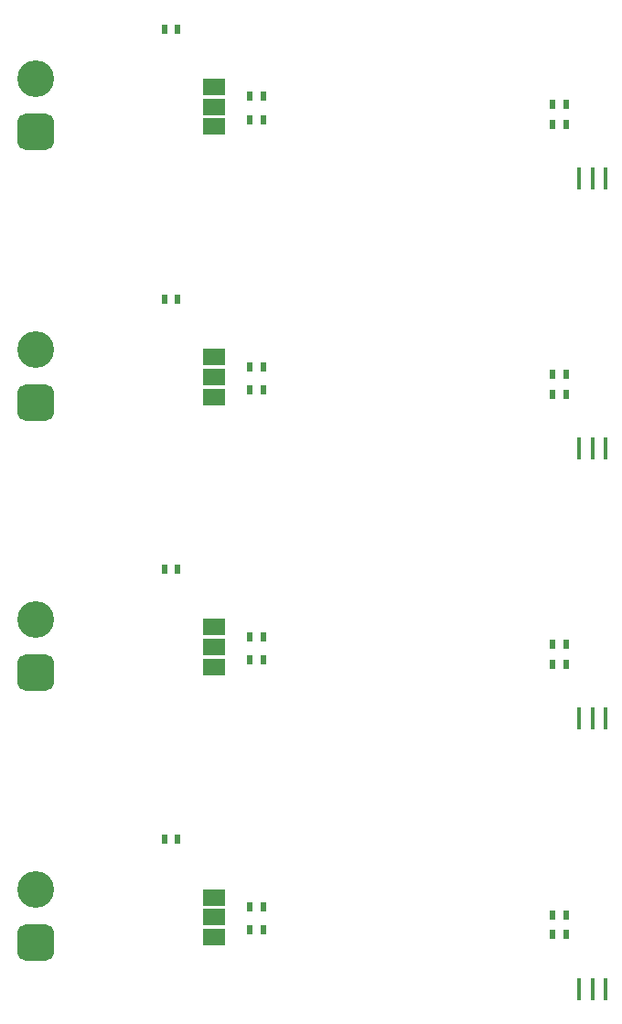
<source format=gtp>
G04*
G04 #@! TF.GenerationSoftware,Altium Limited,Altium Designer,21.4.1 (30)*
G04*
G04 Layer_Color=8421504*
%FSLAX44Y44*%
%MOMM*%
G71*
G04*
G04 #@! TF.SameCoordinates,DC4F367D-8D4E-4889-AD52-647C8777383A*
G04*
G04*
G04 #@! TF.FilePolarity,Positive*
G04*
G01*
G75*
%ADD11C,3.4000*%
G04:AMPARAMS|DCode=12|XSize=3.4mm|YSize=3.4mm|CornerRadius=0.85mm|HoleSize=0mm|Usage=FLASHONLY|Rotation=180.000|XOffset=0mm|YOffset=0mm|HoleType=Round|Shape=RoundedRectangle|*
%AMROUNDEDRECTD12*
21,1,3.4000,1.7000,0,0,180.0*
21,1,1.7000,3.4000,0,0,180.0*
1,1,1.7000,-0.8500,0.8500*
1,1,1.7000,0.8500,0.8500*
1,1,1.7000,0.8500,-0.8500*
1,1,1.7000,-0.8500,-0.8500*
%
%ADD12ROUNDEDRECTD12*%
%ADD13R,0.6000X0.8500*%
%ADD14R,2.0000X1.5000*%
%ADD15R,0.4000X2.0000*%
D11*
X2071906Y1678231D02*
D03*
Y1928231D02*
D03*
Y2178231D02*
D03*
Y2428231D02*
D03*
D12*
Y1629231D02*
D03*
Y1879231D02*
D03*
Y2129231D02*
D03*
Y2379231D02*
D03*
D13*
X2270662Y1640893D02*
D03*
X2283106D02*
D03*
X2550824Y1655117D02*
D03*
X2563268D02*
D03*
X2550824Y1636575D02*
D03*
X2563268D02*
D03*
X2191316Y1724713D02*
D03*
X2203760D02*
D03*
X2270662Y1662229D02*
D03*
X2283106D02*
D03*
X2270662Y1890893D02*
D03*
X2283106D02*
D03*
X2550824Y1905117D02*
D03*
X2563268D02*
D03*
X2550824Y1886575D02*
D03*
X2563268D02*
D03*
X2191316Y1974713D02*
D03*
X2203760D02*
D03*
X2270662Y1912229D02*
D03*
X2283106D02*
D03*
X2270662Y2140893D02*
D03*
X2283106D02*
D03*
X2550824Y2155117D02*
D03*
X2563268D02*
D03*
X2550824Y2136575D02*
D03*
X2563268D02*
D03*
X2191316Y2224713D02*
D03*
X2203760D02*
D03*
X2270662Y2162229D02*
D03*
X2283106D02*
D03*
X2270662Y2390893D02*
D03*
X2283106D02*
D03*
X2550824Y2405117D02*
D03*
X2563268D02*
D03*
X2550824Y2386575D02*
D03*
X2563268D02*
D03*
X2191316Y2474713D02*
D03*
X2203760D02*
D03*
X2270662Y2412229D02*
D03*
X2283106D02*
D03*
D14*
X2237260Y1634196D02*
D03*
Y1671026D02*
D03*
X2237006Y1652738D02*
D03*
X2237260Y1884196D02*
D03*
Y1921026D02*
D03*
X2237006Y1902738D02*
D03*
X2237260Y2134196D02*
D03*
Y2171026D02*
D03*
X2237006Y2152738D02*
D03*
X2237260Y2384196D02*
D03*
Y2421026D02*
D03*
X2237006Y2402738D02*
D03*
D15*
X2599526Y1586537D02*
D03*
X2587526D02*
D03*
X2575526D02*
D03*
X2599526Y1836537D02*
D03*
X2587526D02*
D03*
X2575526D02*
D03*
X2599526Y2086537D02*
D03*
X2587526D02*
D03*
X2575526D02*
D03*
X2599526Y2336537D02*
D03*
X2587526D02*
D03*
X2575526D02*
D03*
M02*

</source>
